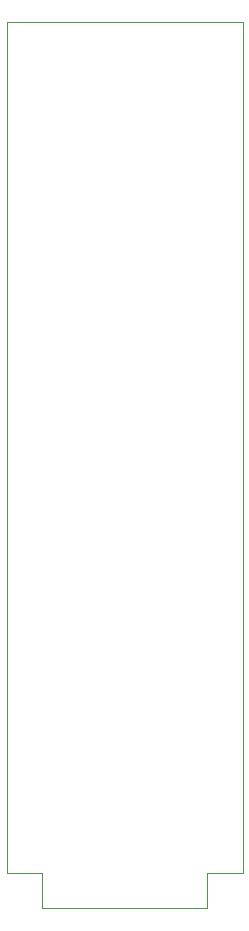
<source format=gbr>
%TF.GenerationSoftware,KiCad,Pcbnew,6.0.2*%
%TF.CreationDate,2022-03-25T15:37:31+01:00*%
%TF.ProjectId,espriktning,65737072-696b-4746-9e69-6e672e6b6963,rev?*%
%TF.SameCoordinates,Original*%
%TF.FileFunction,Profile,NP*%
%FSLAX46Y46*%
G04 Gerber Fmt 4.6, Leading zero omitted, Abs format (unit mm)*
G04 Created by KiCad (PCBNEW 6.0.2) date 2022-03-25 15:37:31*
%MOMM*%
%LPD*%
G01*
G04 APERTURE LIST*
%TA.AperFunction,Profile*%
%ADD10C,0.100000*%
%TD*%
G04 APERTURE END LIST*
D10*
X47000000Y-105000000D02*
X47000000Y-102000000D01*
X50000000Y-102000000D02*
X47000000Y-102000000D01*
X50000000Y-30000000D02*
X50000000Y-102000000D01*
X30000000Y-102000000D02*
X30000000Y-30000000D01*
X30000000Y-30000000D02*
X50000000Y-30000000D01*
X33000000Y-102000000D02*
X30000000Y-102000000D01*
X33000000Y-105000000D02*
X33000000Y-102000000D01*
X47000000Y-105000000D02*
X33000000Y-105000000D01*
M02*

</source>
